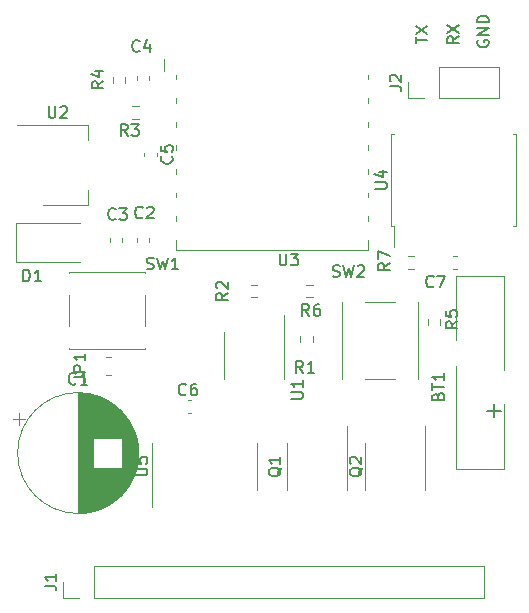
<source format=gbr>
%TF.GenerationSoftware,KiCad,Pcbnew,(5.1.10)-1*%
%TF.CreationDate,2021-07-07T23:24:12+02:00*%
%TF.ProjectId,Wortuhr_SK6812,576f7274-7568-4725-9f53-4b363831322e,rev?*%
%TF.SameCoordinates,Original*%
%TF.FileFunction,Legend,Top*%
%TF.FilePolarity,Positive*%
%FSLAX46Y46*%
G04 Gerber Fmt 4.6, Leading zero omitted, Abs format (unit mm)*
G04 Created by KiCad (PCBNEW (5.1.10)-1) date 2021-07-07 23:24:12*
%MOMM*%
%LPD*%
G01*
G04 APERTURE LIST*
%ADD10C,0.150000*%
%ADD11C,0.120000*%
G04 APERTURE END LIST*
D10*
X150947380Y-106973666D02*
X150471190Y-107307000D01*
X150947380Y-107545095D02*
X149947380Y-107545095D01*
X149947380Y-107164142D01*
X149995000Y-107068904D01*
X150042619Y-107021285D01*
X150137857Y-106973666D01*
X150280714Y-106973666D01*
X150375952Y-107021285D01*
X150423571Y-107068904D01*
X150471190Y-107164142D01*
X150471190Y-107545095D01*
X149947380Y-106640333D02*
X150947380Y-105973666D01*
X149947380Y-105973666D02*
X150947380Y-106640333D01*
X147280380Y-107568904D02*
X147280380Y-106997476D01*
X148280380Y-107283190D02*
X147280380Y-107283190D01*
X147280380Y-106759380D02*
X148280380Y-106092714D01*
X147280380Y-106092714D02*
X148280380Y-106759380D01*
X152535000Y-107314904D02*
X152487380Y-107410142D01*
X152487380Y-107553000D01*
X152535000Y-107695857D01*
X152630238Y-107791095D01*
X152725476Y-107838714D01*
X152915952Y-107886333D01*
X153058809Y-107886333D01*
X153249285Y-107838714D01*
X153344523Y-107791095D01*
X153439761Y-107695857D01*
X153487380Y-107553000D01*
X153487380Y-107457761D01*
X153439761Y-107314904D01*
X153392142Y-107267285D01*
X153058809Y-107267285D01*
X153058809Y-107457761D01*
X153487380Y-106838714D02*
X152487380Y-106838714D01*
X153487380Y-106267285D01*
X152487380Y-106267285D01*
X153487380Y-105791095D02*
X152487380Y-105791095D01*
X152487380Y-105553000D01*
X152535000Y-105410142D01*
X152630238Y-105314904D01*
X152725476Y-105267285D01*
X152915952Y-105219666D01*
X153058809Y-105219666D01*
X153249285Y-105267285D01*
X153344523Y-105314904D01*
X153439761Y-105410142D01*
X153487380Y-105553000D01*
X153487380Y-105791095D01*
D11*
%TO.C,U3*%
X143248000Y-110600000D02*
X143248000Y-110200000D01*
X127008000Y-110600000D02*
X127008000Y-110200000D01*
X143248000Y-112600000D02*
X143248000Y-112200000D01*
X127008000Y-112600000D02*
X127008000Y-112200000D01*
X143248000Y-114600000D02*
X143248000Y-114200000D01*
X127008000Y-114600000D02*
X127008000Y-114200000D01*
X143248000Y-116600000D02*
X143248000Y-116200000D01*
X127008000Y-116600000D02*
X127008000Y-116200000D01*
X143248000Y-118600000D02*
X143248000Y-118200000D01*
X127008000Y-118600000D02*
X127008000Y-118200000D01*
X143248000Y-120600000D02*
X143248000Y-120200000D01*
X127008000Y-120600000D02*
X127008000Y-120200000D01*
X143248000Y-122600000D02*
X143248000Y-122200000D01*
X127008000Y-122600000D02*
X127008000Y-122200000D01*
X125978000Y-108900000D02*
X125978000Y-109900000D01*
X127008000Y-125020000D02*
X127008000Y-124200000D01*
X143248000Y-125020000D02*
X127008000Y-125020000D01*
X143248000Y-124200000D02*
X143248000Y-125020000D01*
%TO.C,J2*%
X146625000Y-112201000D02*
X146625000Y-110871000D01*
X147955000Y-112201000D02*
X146625000Y-112201000D01*
X149225000Y-112201000D02*
X149225000Y-109541000D01*
X149225000Y-109541000D02*
X154365000Y-109541000D01*
X149225000Y-112201000D02*
X154365000Y-112201000D01*
X154365000Y-112201000D02*
X154365000Y-109541000D01*
%TO.C,BT1*%
X150699000Y-132712000D02*
X150699000Y-127242000D01*
X150699000Y-143562000D02*
X150699000Y-134842000D01*
X154769000Y-143562000D02*
X150699000Y-143562000D01*
X154769000Y-127242000D02*
X150699000Y-127242000D01*
X154769000Y-135212000D02*
X154769000Y-127242000D01*
X154769000Y-143562000D02*
X154769000Y-138082000D01*
%TO.C,U5*%
X124978000Y-143383000D02*
X124978000Y-146833000D01*
X124978000Y-143383000D02*
X124978000Y-141433000D01*
X133848000Y-143383000D02*
X133848000Y-145333000D01*
X133848000Y-143383000D02*
X133848000Y-141433000D01*
%TO.C,U4*%
X155755000Y-119126000D02*
X155755000Y-115266000D01*
X155755000Y-115266000D02*
X155500000Y-115266000D01*
X155755000Y-119126000D02*
X155755000Y-122986000D01*
X155755000Y-122986000D02*
X155500000Y-122986000D01*
X145235000Y-119126000D02*
X145235000Y-115266000D01*
X145235000Y-115266000D02*
X145490000Y-115266000D01*
X145235000Y-119126000D02*
X145235000Y-122986000D01*
X145235000Y-122986000D02*
X145490000Y-122986000D01*
X145490000Y-122986000D02*
X145490000Y-124801000D01*
%TO.C,R7*%
X147170224Y-126633500D02*
X146660776Y-126633500D01*
X147170224Y-125588500D02*
X146660776Y-125588500D01*
%TO.C,JP1*%
X121057936Y-135609000D02*
X121512064Y-135609000D01*
X121057936Y-134139000D02*
X121512064Y-134139000D01*
%TO.C,J1*%
X117415000Y-154492000D02*
X117415000Y-153162000D01*
X118745000Y-154492000D02*
X117415000Y-154492000D01*
X120015000Y-154492000D02*
X120015000Y-151832000D01*
X120015000Y-151832000D02*
X153095000Y-151832000D01*
X120015000Y-154492000D02*
X153095000Y-154492000D01*
X153095000Y-154492000D02*
X153095000Y-151832000D01*
%TO.C,C7*%
X150481420Y-126621000D02*
X150762580Y-126621000D01*
X150481420Y-125601000D02*
X150762580Y-125601000D01*
%TO.C,SW1*%
X124388000Y-126945000D02*
X117928000Y-126945000D01*
X124388000Y-131475000D02*
X124388000Y-128875000D01*
X124388000Y-133405000D02*
X117928000Y-133405000D01*
X117928000Y-131475000D02*
X117928000Y-128875000D01*
X124388000Y-133375000D02*
X124388000Y-133405000D01*
X124388000Y-126945000D02*
X124388000Y-126975000D01*
X117928000Y-126945000D02*
X117928000Y-126975000D01*
X117928000Y-133405000D02*
X117928000Y-133375000D01*
%TO.C,C6*%
X128283580Y-137793000D02*
X128002420Y-137793000D01*
X128283580Y-138813000D02*
X128002420Y-138813000D01*
%TO.C,C5*%
X124331000Y-116813420D02*
X124331000Y-117094580D01*
X125351000Y-116813420D02*
X125351000Y-117094580D01*
%TO.C,C4*%
X123696000Y-110362420D02*
X123696000Y-110643580D01*
X124716000Y-110362420D02*
X124716000Y-110643580D01*
%TO.C,U2*%
X113502000Y-114446000D02*
X119512000Y-114446000D01*
X115752000Y-121266000D02*
X119512000Y-121266000D01*
X119512000Y-114446000D02*
X119512000Y-115706000D01*
X119512000Y-121266000D02*
X119512000Y-120006000D01*
%TO.C,U1*%
X136164000Y-133985000D02*
X136164000Y-130535000D01*
X136164000Y-133985000D02*
X136164000Y-135935000D01*
X131044000Y-133985000D02*
X131044000Y-132035000D01*
X131044000Y-133985000D02*
X131044000Y-135935000D01*
%TO.C,SW2*%
X141042000Y-129485000D02*
X141042000Y-135945000D01*
X145572000Y-129485000D02*
X142972000Y-129485000D01*
X147502000Y-129485000D02*
X147502000Y-135945000D01*
X145572000Y-135945000D02*
X142972000Y-135945000D01*
X147472000Y-129485000D02*
X147502000Y-129485000D01*
X141042000Y-129485000D02*
X141072000Y-129485000D01*
X141042000Y-135945000D02*
X141072000Y-135945000D01*
X147502000Y-135945000D02*
X147472000Y-135945000D01*
%TO.C,R6*%
X138557724Y-129046500D02*
X138048276Y-129046500D01*
X138557724Y-128001500D02*
X138048276Y-128001500D01*
%TO.C,R5*%
X148321500Y-130936276D02*
X148321500Y-131445724D01*
X149366500Y-130936276D02*
X149366500Y-131445724D01*
%TO.C,R4*%
X122696500Y-110895224D02*
X122696500Y-110385776D01*
X121651500Y-110895224D02*
X121651500Y-110385776D01*
%TO.C,R3*%
X123316276Y-113933500D02*
X123825724Y-113933500D01*
X123316276Y-112888500D02*
X123825724Y-112888500D01*
%TO.C,R2*%
X133349276Y-129046500D02*
X133858724Y-129046500D01*
X133349276Y-128001500D02*
X133858724Y-128001500D01*
%TO.C,R1*%
X138571500Y-132819224D02*
X138571500Y-132309776D01*
X137526500Y-132819224D02*
X137526500Y-132309776D01*
%TO.C,Q2*%
X148102000Y-143383000D02*
X148102000Y-139933000D01*
X148102000Y-143383000D02*
X148102000Y-145333000D01*
X142982000Y-143383000D02*
X142982000Y-141433000D01*
X142982000Y-143383000D02*
X142982000Y-145333000D01*
%TO.C,Q1*%
X141498000Y-143383000D02*
X141498000Y-139933000D01*
X141498000Y-143383000D02*
X141498000Y-145333000D01*
X136378000Y-143383000D02*
X136378000Y-141433000D01*
X136378000Y-143383000D02*
X136378000Y-145333000D01*
%TO.C,D1*%
X113440000Y-122810000D02*
X118840000Y-122810000D01*
X113440000Y-126110000D02*
X118840000Y-126110000D01*
X113440000Y-122810000D02*
X113440000Y-126110000D01*
%TO.C,C3*%
X121410000Y-124065420D02*
X121410000Y-124346580D01*
X122430000Y-124065420D02*
X122430000Y-124346580D01*
%TO.C,C2*%
X123696000Y-124065420D02*
X123696000Y-124346580D01*
X124716000Y-124065420D02*
X124716000Y-124346580D01*
%TO.C,C1*%
X113725354Y-138865000D02*
X113725354Y-139865000D01*
X113225354Y-139365000D02*
X114225354Y-139365000D01*
X123786000Y-141641000D02*
X123786000Y-142839000D01*
X123746000Y-141378000D02*
X123746000Y-143102000D01*
X123706000Y-141178000D02*
X123706000Y-143302000D01*
X123666000Y-141010000D02*
X123666000Y-143470000D01*
X123626000Y-140862000D02*
X123626000Y-143618000D01*
X123586000Y-140730000D02*
X123586000Y-143750000D01*
X123546000Y-140610000D02*
X123546000Y-143870000D01*
X123506000Y-140498000D02*
X123506000Y-143982000D01*
X123466000Y-140394000D02*
X123466000Y-144086000D01*
X123426000Y-140296000D02*
X123426000Y-144184000D01*
X123386000Y-140203000D02*
X123386000Y-144277000D01*
X123346000Y-140115000D02*
X123346000Y-144365000D01*
X123306000Y-140031000D02*
X123306000Y-144449000D01*
X123266000Y-139951000D02*
X123266000Y-144529000D01*
X123226000Y-139875000D02*
X123226000Y-144605000D01*
X123186000Y-139801000D02*
X123186000Y-144679000D01*
X123146000Y-139730000D02*
X123146000Y-144750000D01*
X123106000Y-139661000D02*
X123106000Y-144819000D01*
X123066000Y-139595000D02*
X123066000Y-144885000D01*
X123026000Y-139531000D02*
X123026000Y-144949000D01*
X122986000Y-139470000D02*
X122986000Y-145010000D01*
X122946000Y-139410000D02*
X122946000Y-145070000D01*
X122906000Y-139351000D02*
X122906000Y-145129000D01*
X122866000Y-139295000D02*
X122866000Y-145185000D01*
X122826000Y-139240000D02*
X122826000Y-145240000D01*
X122786000Y-139186000D02*
X122786000Y-145294000D01*
X122746000Y-139134000D02*
X122746000Y-145346000D01*
X122706000Y-139084000D02*
X122706000Y-145396000D01*
X122666000Y-139034000D02*
X122666000Y-145446000D01*
X122626000Y-138986000D02*
X122626000Y-145494000D01*
X122586000Y-138939000D02*
X122586000Y-145541000D01*
X122546000Y-138893000D02*
X122546000Y-145587000D01*
X122506000Y-138848000D02*
X122506000Y-145632000D01*
X122466000Y-138804000D02*
X122466000Y-145676000D01*
X122426000Y-143481000D02*
X122426000Y-145718000D01*
X122426000Y-138762000D02*
X122426000Y-140999000D01*
X122386000Y-143481000D02*
X122386000Y-145760000D01*
X122386000Y-138720000D02*
X122386000Y-140999000D01*
X122346000Y-143481000D02*
X122346000Y-145801000D01*
X122346000Y-138679000D02*
X122346000Y-140999000D01*
X122306000Y-143481000D02*
X122306000Y-145841000D01*
X122306000Y-138639000D02*
X122306000Y-140999000D01*
X122266000Y-143481000D02*
X122266000Y-145880000D01*
X122266000Y-138600000D02*
X122266000Y-140999000D01*
X122226000Y-143481000D02*
X122226000Y-145919000D01*
X122226000Y-138561000D02*
X122226000Y-140999000D01*
X122186000Y-143481000D02*
X122186000Y-145956000D01*
X122186000Y-138524000D02*
X122186000Y-140999000D01*
X122146000Y-143481000D02*
X122146000Y-145993000D01*
X122146000Y-138487000D02*
X122146000Y-140999000D01*
X122106000Y-143481000D02*
X122106000Y-146029000D01*
X122106000Y-138451000D02*
X122106000Y-140999000D01*
X122066000Y-143481000D02*
X122066000Y-146064000D01*
X122066000Y-138416000D02*
X122066000Y-140999000D01*
X122026000Y-143481000D02*
X122026000Y-146098000D01*
X122026000Y-138382000D02*
X122026000Y-140999000D01*
X121986000Y-143481000D02*
X121986000Y-146132000D01*
X121986000Y-138348000D02*
X121986000Y-140999000D01*
X121946000Y-143481000D02*
X121946000Y-146165000D01*
X121946000Y-138315000D02*
X121946000Y-140999000D01*
X121906000Y-143481000D02*
X121906000Y-146197000D01*
X121906000Y-138283000D02*
X121906000Y-140999000D01*
X121866000Y-143481000D02*
X121866000Y-146229000D01*
X121866000Y-138251000D02*
X121866000Y-140999000D01*
X121826000Y-143481000D02*
X121826000Y-146260000D01*
X121826000Y-138220000D02*
X121826000Y-140999000D01*
X121786000Y-143481000D02*
X121786000Y-146290000D01*
X121786000Y-138190000D02*
X121786000Y-140999000D01*
X121746000Y-143481000D02*
X121746000Y-146320000D01*
X121746000Y-138160000D02*
X121746000Y-140999000D01*
X121706000Y-143481000D02*
X121706000Y-146350000D01*
X121706000Y-138130000D02*
X121706000Y-140999000D01*
X121666000Y-143481000D02*
X121666000Y-146378000D01*
X121666000Y-138102000D02*
X121666000Y-140999000D01*
X121626000Y-143481000D02*
X121626000Y-146406000D01*
X121626000Y-138074000D02*
X121626000Y-140999000D01*
X121586000Y-143481000D02*
X121586000Y-146434000D01*
X121586000Y-138046000D02*
X121586000Y-140999000D01*
X121546000Y-143481000D02*
X121546000Y-146461000D01*
X121546000Y-138019000D02*
X121546000Y-140999000D01*
X121506000Y-143481000D02*
X121506000Y-146487000D01*
X121506000Y-137993000D02*
X121506000Y-140999000D01*
X121466000Y-143481000D02*
X121466000Y-146513000D01*
X121466000Y-137967000D02*
X121466000Y-140999000D01*
X121426000Y-143481000D02*
X121426000Y-146538000D01*
X121426000Y-137942000D02*
X121426000Y-140999000D01*
X121386000Y-143481000D02*
X121386000Y-146563000D01*
X121386000Y-137917000D02*
X121386000Y-140999000D01*
X121346000Y-143481000D02*
X121346000Y-146587000D01*
X121346000Y-137893000D02*
X121346000Y-140999000D01*
X121306000Y-143481000D02*
X121306000Y-146611000D01*
X121306000Y-137869000D02*
X121306000Y-140999000D01*
X121266000Y-143481000D02*
X121266000Y-146635000D01*
X121266000Y-137845000D02*
X121266000Y-140999000D01*
X121226000Y-143481000D02*
X121226000Y-146657000D01*
X121226000Y-137823000D02*
X121226000Y-140999000D01*
X121186000Y-143481000D02*
X121186000Y-146680000D01*
X121186000Y-137800000D02*
X121186000Y-140999000D01*
X121146000Y-143481000D02*
X121146000Y-146702000D01*
X121146000Y-137778000D02*
X121146000Y-140999000D01*
X121106000Y-143481000D02*
X121106000Y-146723000D01*
X121106000Y-137757000D02*
X121106000Y-140999000D01*
X121066000Y-143481000D02*
X121066000Y-146744000D01*
X121066000Y-137736000D02*
X121066000Y-140999000D01*
X121026000Y-143481000D02*
X121026000Y-146765000D01*
X121026000Y-137715000D02*
X121026000Y-140999000D01*
X120986000Y-143481000D02*
X120986000Y-146785000D01*
X120986000Y-137695000D02*
X120986000Y-140999000D01*
X120946000Y-143481000D02*
X120946000Y-146804000D01*
X120946000Y-137676000D02*
X120946000Y-140999000D01*
X120906000Y-143481000D02*
X120906000Y-146824000D01*
X120906000Y-137656000D02*
X120906000Y-140999000D01*
X120866000Y-143481000D02*
X120866000Y-146843000D01*
X120866000Y-137637000D02*
X120866000Y-140999000D01*
X120826000Y-143481000D02*
X120826000Y-146861000D01*
X120826000Y-137619000D02*
X120826000Y-140999000D01*
X120786000Y-143481000D02*
X120786000Y-146879000D01*
X120786000Y-137601000D02*
X120786000Y-140999000D01*
X120746000Y-143481000D02*
X120746000Y-146897000D01*
X120746000Y-137583000D02*
X120746000Y-140999000D01*
X120706000Y-143481000D02*
X120706000Y-146914000D01*
X120706000Y-137566000D02*
X120706000Y-140999000D01*
X120666000Y-143481000D02*
X120666000Y-146930000D01*
X120666000Y-137550000D02*
X120666000Y-140999000D01*
X120626000Y-143481000D02*
X120626000Y-146947000D01*
X120626000Y-137533000D02*
X120626000Y-140999000D01*
X120586000Y-143481000D02*
X120586000Y-146963000D01*
X120586000Y-137517000D02*
X120586000Y-140999000D01*
X120546000Y-143481000D02*
X120546000Y-146978000D01*
X120546000Y-137502000D02*
X120546000Y-140999000D01*
X120506000Y-143481000D02*
X120506000Y-146994000D01*
X120506000Y-137486000D02*
X120506000Y-140999000D01*
X120466000Y-143481000D02*
X120466000Y-147008000D01*
X120466000Y-137472000D02*
X120466000Y-140999000D01*
X120426000Y-143481000D02*
X120426000Y-147023000D01*
X120426000Y-137457000D02*
X120426000Y-140999000D01*
X120386000Y-143481000D02*
X120386000Y-147037000D01*
X120386000Y-137443000D02*
X120386000Y-140999000D01*
X120346000Y-143481000D02*
X120346000Y-147051000D01*
X120346000Y-137429000D02*
X120346000Y-140999000D01*
X120306000Y-143481000D02*
X120306000Y-147064000D01*
X120306000Y-137416000D02*
X120306000Y-140999000D01*
X120266000Y-143481000D02*
X120266000Y-147077000D01*
X120266000Y-137403000D02*
X120266000Y-140999000D01*
X120226000Y-143481000D02*
X120226000Y-147090000D01*
X120226000Y-137390000D02*
X120226000Y-140999000D01*
X120186000Y-143481000D02*
X120186000Y-147102000D01*
X120186000Y-137378000D02*
X120186000Y-140999000D01*
X120146000Y-143481000D02*
X120146000Y-147114000D01*
X120146000Y-137366000D02*
X120146000Y-140999000D01*
X120106000Y-143481000D02*
X120106000Y-147125000D01*
X120106000Y-137355000D02*
X120106000Y-140999000D01*
X120066000Y-143481000D02*
X120066000Y-147137000D01*
X120066000Y-137343000D02*
X120066000Y-140999000D01*
X120026000Y-143481000D02*
X120026000Y-147147000D01*
X120026000Y-137333000D02*
X120026000Y-140999000D01*
X119986000Y-143481000D02*
X119986000Y-147158000D01*
X119986000Y-137322000D02*
X119986000Y-140999000D01*
X119946000Y-137312000D02*
X119946000Y-147168000D01*
X119906000Y-137302000D02*
X119906000Y-147178000D01*
X119866000Y-137293000D02*
X119866000Y-147187000D01*
X119826000Y-137284000D02*
X119826000Y-147196000D01*
X119786000Y-137275000D02*
X119786000Y-147205000D01*
X119746000Y-137266000D02*
X119746000Y-147214000D01*
X119706000Y-137258000D02*
X119706000Y-147222000D01*
X119666000Y-137250000D02*
X119666000Y-147230000D01*
X119626000Y-137243000D02*
X119626000Y-147237000D01*
X119586000Y-137236000D02*
X119586000Y-147244000D01*
X119546000Y-137229000D02*
X119546000Y-147251000D01*
X119506000Y-137222000D02*
X119506000Y-147258000D01*
X119466000Y-137216000D02*
X119466000Y-147264000D01*
X119426000Y-137210000D02*
X119426000Y-147270000D01*
X119385000Y-137205000D02*
X119385000Y-147275000D01*
X119345000Y-137200000D02*
X119345000Y-147280000D01*
X119305000Y-137195000D02*
X119305000Y-147285000D01*
X119265000Y-137190000D02*
X119265000Y-147290000D01*
X119225000Y-137186000D02*
X119225000Y-147294000D01*
X119185000Y-137182000D02*
X119185000Y-147298000D01*
X119145000Y-137178000D02*
X119145000Y-147302000D01*
X119105000Y-137175000D02*
X119105000Y-147305000D01*
X119065000Y-137172000D02*
X119065000Y-147308000D01*
X119025000Y-137170000D02*
X119025000Y-147310000D01*
X118985000Y-137167000D02*
X118985000Y-147313000D01*
X118945000Y-137165000D02*
X118945000Y-147315000D01*
X118905000Y-137163000D02*
X118905000Y-147317000D01*
X118865000Y-137162000D02*
X118865000Y-147318000D01*
X118825000Y-137161000D02*
X118825000Y-147319000D01*
X118785000Y-137160000D02*
X118785000Y-147320000D01*
X118745000Y-137160000D02*
X118745000Y-147320000D01*
X118705000Y-137160000D02*
X118705000Y-147320000D01*
X123825000Y-142240000D02*
G75*
G03*
X123825000Y-142240000I-5120000J0D01*
G01*
%TO.C,U3*%
D10*
X135763095Y-125352380D02*
X135763095Y-126161904D01*
X135810714Y-126257142D01*
X135858333Y-126304761D01*
X135953571Y-126352380D01*
X136144047Y-126352380D01*
X136239285Y-126304761D01*
X136286904Y-126257142D01*
X136334523Y-126161904D01*
X136334523Y-125352380D01*
X136715476Y-125352380D02*
X137334523Y-125352380D01*
X137001190Y-125733333D01*
X137144047Y-125733333D01*
X137239285Y-125780952D01*
X137286904Y-125828571D01*
X137334523Y-125923809D01*
X137334523Y-126161904D01*
X137286904Y-126257142D01*
X137239285Y-126304761D01*
X137144047Y-126352380D01*
X136858333Y-126352380D01*
X136763095Y-126304761D01*
X136715476Y-126257142D01*
%TO.C,J2*%
X145077380Y-111204333D02*
X145791666Y-111204333D01*
X145934523Y-111251952D01*
X146029761Y-111347190D01*
X146077380Y-111490047D01*
X146077380Y-111585285D01*
X145172619Y-110775761D02*
X145125000Y-110728142D01*
X145077380Y-110632904D01*
X145077380Y-110394809D01*
X145125000Y-110299571D01*
X145172619Y-110251952D01*
X145267857Y-110204333D01*
X145363095Y-110204333D01*
X145505952Y-110251952D01*
X146077380Y-110823380D01*
X146077380Y-110204333D01*
%TO.C,BT1*%
X149187571Y-137437714D02*
X149235190Y-137294857D01*
X149282809Y-137247238D01*
X149378047Y-137199619D01*
X149520904Y-137199619D01*
X149616142Y-137247238D01*
X149663761Y-137294857D01*
X149711380Y-137390095D01*
X149711380Y-137771047D01*
X148711380Y-137771047D01*
X148711380Y-137437714D01*
X148759000Y-137342476D01*
X148806619Y-137294857D01*
X148901857Y-137247238D01*
X148997095Y-137247238D01*
X149092333Y-137294857D01*
X149139952Y-137342476D01*
X149187571Y-137437714D01*
X149187571Y-137771047D01*
X148711380Y-136913904D02*
X148711380Y-136342476D01*
X149711380Y-136628190D02*
X148711380Y-136628190D01*
X149711380Y-135485333D02*
X149711380Y-136056761D01*
X149711380Y-135771047D02*
X148711380Y-135771047D01*
X148854238Y-135866285D01*
X148949476Y-135961523D01*
X148997095Y-136056761D01*
X153916142Y-139233428D02*
X153916142Y-138090571D01*
X154487571Y-138662000D02*
X153344714Y-138662000D01*
%TO.C,U5*%
X123585380Y-144144904D02*
X124394904Y-144144904D01*
X124490142Y-144097285D01*
X124537761Y-144049666D01*
X124585380Y-143954428D01*
X124585380Y-143763952D01*
X124537761Y-143668714D01*
X124490142Y-143621095D01*
X124394904Y-143573476D01*
X123585380Y-143573476D01*
X123585380Y-142621095D02*
X123585380Y-143097285D01*
X124061571Y-143144904D01*
X124013952Y-143097285D01*
X123966333Y-143002047D01*
X123966333Y-142763952D01*
X124013952Y-142668714D01*
X124061571Y-142621095D01*
X124156809Y-142573476D01*
X124394904Y-142573476D01*
X124490142Y-142621095D01*
X124537761Y-142668714D01*
X124585380Y-142763952D01*
X124585380Y-143002047D01*
X124537761Y-143097285D01*
X124490142Y-143144904D01*
%TO.C,U4*%
X143847380Y-119887904D02*
X144656904Y-119887904D01*
X144752142Y-119840285D01*
X144799761Y-119792666D01*
X144847380Y-119697428D01*
X144847380Y-119506952D01*
X144799761Y-119411714D01*
X144752142Y-119364095D01*
X144656904Y-119316476D01*
X143847380Y-119316476D01*
X144180714Y-118411714D02*
X144847380Y-118411714D01*
X143799761Y-118649809D02*
X144514047Y-118887904D01*
X144514047Y-118268857D01*
%TO.C,R7*%
X145105380Y-126150666D02*
X144629190Y-126484000D01*
X145105380Y-126722095D02*
X144105380Y-126722095D01*
X144105380Y-126341142D01*
X144153000Y-126245904D01*
X144200619Y-126198285D01*
X144295857Y-126150666D01*
X144438714Y-126150666D01*
X144533952Y-126198285D01*
X144581571Y-126245904D01*
X144629190Y-126341142D01*
X144629190Y-126722095D01*
X144105380Y-125817333D02*
X144105380Y-125150666D01*
X145105380Y-125579238D01*
%TO.C,JP1*%
X118324380Y-135834333D02*
X119038666Y-135834333D01*
X119181523Y-135881952D01*
X119276761Y-135977190D01*
X119324380Y-136120047D01*
X119324380Y-136215285D01*
X119324380Y-135358142D02*
X118324380Y-135358142D01*
X118324380Y-134977190D01*
X118372000Y-134881952D01*
X118419619Y-134834333D01*
X118514857Y-134786714D01*
X118657714Y-134786714D01*
X118752952Y-134834333D01*
X118800571Y-134881952D01*
X118848190Y-134977190D01*
X118848190Y-135358142D01*
X119324380Y-133834333D02*
X119324380Y-134405761D01*
X119324380Y-134120047D02*
X118324380Y-134120047D01*
X118467238Y-134215285D01*
X118562476Y-134310523D01*
X118610095Y-134405761D01*
%TO.C,J1*%
X115867380Y-153495333D02*
X116581666Y-153495333D01*
X116724523Y-153542952D01*
X116819761Y-153638190D01*
X116867380Y-153781047D01*
X116867380Y-153876285D01*
X116867380Y-152495333D02*
X116867380Y-153066761D01*
X116867380Y-152781047D02*
X115867380Y-152781047D01*
X116010238Y-152876285D01*
X116105476Y-152971523D01*
X116153095Y-153066761D01*
%TO.C,C7*%
X148804333Y-128119142D02*
X148756714Y-128166761D01*
X148613857Y-128214380D01*
X148518619Y-128214380D01*
X148375761Y-128166761D01*
X148280523Y-128071523D01*
X148232904Y-127976285D01*
X148185285Y-127785809D01*
X148185285Y-127642952D01*
X148232904Y-127452476D01*
X148280523Y-127357238D01*
X148375761Y-127262000D01*
X148518619Y-127214380D01*
X148613857Y-127214380D01*
X148756714Y-127262000D01*
X148804333Y-127309619D01*
X149137666Y-127214380D02*
X149804333Y-127214380D01*
X149375761Y-128214380D01*
%TO.C,SW1*%
X124523666Y-126642761D02*
X124666523Y-126690380D01*
X124904619Y-126690380D01*
X124999857Y-126642761D01*
X125047476Y-126595142D01*
X125095095Y-126499904D01*
X125095095Y-126404666D01*
X125047476Y-126309428D01*
X124999857Y-126261809D01*
X124904619Y-126214190D01*
X124714142Y-126166571D01*
X124618904Y-126118952D01*
X124571285Y-126071333D01*
X124523666Y-125976095D01*
X124523666Y-125880857D01*
X124571285Y-125785619D01*
X124618904Y-125738000D01*
X124714142Y-125690380D01*
X124952238Y-125690380D01*
X125095095Y-125738000D01*
X125428428Y-125690380D02*
X125666523Y-126690380D01*
X125857000Y-125976095D01*
X126047476Y-126690380D01*
X126285571Y-125690380D01*
X127190333Y-126690380D02*
X126618904Y-126690380D01*
X126904619Y-126690380D02*
X126904619Y-125690380D01*
X126809380Y-125833238D01*
X126714142Y-125928476D01*
X126618904Y-125976095D01*
%TO.C,C6*%
X127849333Y-137263142D02*
X127801714Y-137310761D01*
X127658857Y-137358380D01*
X127563619Y-137358380D01*
X127420761Y-137310761D01*
X127325523Y-137215523D01*
X127277904Y-137120285D01*
X127230285Y-136929809D01*
X127230285Y-136786952D01*
X127277904Y-136596476D01*
X127325523Y-136501238D01*
X127420761Y-136406000D01*
X127563619Y-136358380D01*
X127658857Y-136358380D01*
X127801714Y-136406000D01*
X127849333Y-136453619D01*
X128706476Y-136358380D02*
X128516000Y-136358380D01*
X128420761Y-136406000D01*
X128373142Y-136453619D01*
X128277904Y-136596476D01*
X128230285Y-136786952D01*
X128230285Y-137167904D01*
X128277904Y-137263142D01*
X128325523Y-137310761D01*
X128420761Y-137358380D01*
X128611238Y-137358380D01*
X128706476Y-137310761D01*
X128754095Y-137263142D01*
X128801714Y-137167904D01*
X128801714Y-136929809D01*
X128754095Y-136834571D01*
X128706476Y-136786952D01*
X128611238Y-136739333D01*
X128420761Y-136739333D01*
X128325523Y-136786952D01*
X128277904Y-136834571D01*
X128230285Y-136929809D01*
%TO.C,C5*%
X126628142Y-117120666D02*
X126675761Y-117168285D01*
X126723380Y-117311142D01*
X126723380Y-117406380D01*
X126675761Y-117549238D01*
X126580523Y-117644476D01*
X126485285Y-117692095D01*
X126294809Y-117739714D01*
X126151952Y-117739714D01*
X125961476Y-117692095D01*
X125866238Y-117644476D01*
X125771000Y-117549238D01*
X125723380Y-117406380D01*
X125723380Y-117311142D01*
X125771000Y-117168285D01*
X125818619Y-117120666D01*
X125723380Y-116215904D02*
X125723380Y-116692095D01*
X126199571Y-116739714D01*
X126151952Y-116692095D01*
X126104333Y-116596857D01*
X126104333Y-116358761D01*
X126151952Y-116263523D01*
X126199571Y-116215904D01*
X126294809Y-116168285D01*
X126532904Y-116168285D01*
X126628142Y-116215904D01*
X126675761Y-116263523D01*
X126723380Y-116358761D01*
X126723380Y-116596857D01*
X126675761Y-116692095D01*
X126628142Y-116739714D01*
%TO.C,C4*%
X123912333Y-108180142D02*
X123864714Y-108227761D01*
X123721857Y-108275380D01*
X123626619Y-108275380D01*
X123483761Y-108227761D01*
X123388523Y-108132523D01*
X123340904Y-108037285D01*
X123293285Y-107846809D01*
X123293285Y-107703952D01*
X123340904Y-107513476D01*
X123388523Y-107418238D01*
X123483761Y-107323000D01*
X123626619Y-107275380D01*
X123721857Y-107275380D01*
X123864714Y-107323000D01*
X123912333Y-107370619D01*
X124769476Y-107608714D02*
X124769476Y-108275380D01*
X124531380Y-107227761D02*
X124293285Y-107942047D01*
X124912333Y-107942047D01*
%TO.C,U2*%
X116205095Y-112863380D02*
X116205095Y-113672904D01*
X116252714Y-113768142D01*
X116300333Y-113815761D01*
X116395571Y-113863380D01*
X116586047Y-113863380D01*
X116681285Y-113815761D01*
X116728904Y-113768142D01*
X116776523Y-113672904D01*
X116776523Y-112863380D01*
X117205095Y-112958619D02*
X117252714Y-112911000D01*
X117347952Y-112863380D01*
X117586047Y-112863380D01*
X117681285Y-112911000D01*
X117728904Y-112958619D01*
X117776523Y-113053857D01*
X117776523Y-113149095D01*
X117728904Y-113291952D01*
X117157476Y-113863380D01*
X117776523Y-113863380D01*
%TO.C,U1*%
X136739380Y-137667904D02*
X137548904Y-137667904D01*
X137644142Y-137620285D01*
X137691761Y-137572666D01*
X137739380Y-137477428D01*
X137739380Y-137286952D01*
X137691761Y-137191714D01*
X137644142Y-137144095D01*
X137548904Y-137096476D01*
X136739380Y-137096476D01*
X137739380Y-136096476D02*
X137739380Y-136667904D01*
X137739380Y-136382190D02*
X136739380Y-136382190D01*
X136882238Y-136477428D01*
X136977476Y-136572666D01*
X137025095Y-136667904D01*
%TO.C,SW2*%
X140271666Y-127277761D02*
X140414523Y-127325380D01*
X140652619Y-127325380D01*
X140747857Y-127277761D01*
X140795476Y-127230142D01*
X140843095Y-127134904D01*
X140843095Y-127039666D01*
X140795476Y-126944428D01*
X140747857Y-126896809D01*
X140652619Y-126849190D01*
X140462142Y-126801571D01*
X140366904Y-126753952D01*
X140319285Y-126706333D01*
X140271666Y-126611095D01*
X140271666Y-126515857D01*
X140319285Y-126420619D01*
X140366904Y-126373000D01*
X140462142Y-126325380D01*
X140700238Y-126325380D01*
X140843095Y-126373000D01*
X141176428Y-126325380D02*
X141414523Y-127325380D01*
X141605000Y-126611095D01*
X141795476Y-127325380D01*
X142033571Y-126325380D01*
X142366904Y-126420619D02*
X142414523Y-126373000D01*
X142509761Y-126325380D01*
X142747857Y-126325380D01*
X142843095Y-126373000D01*
X142890714Y-126420619D01*
X142938333Y-126515857D01*
X142938333Y-126611095D01*
X142890714Y-126753952D01*
X142319285Y-127325380D01*
X142938333Y-127325380D01*
%TO.C,R6*%
X138263333Y-130627380D02*
X137930000Y-130151190D01*
X137691904Y-130627380D02*
X137691904Y-129627380D01*
X138072857Y-129627380D01*
X138168095Y-129675000D01*
X138215714Y-129722619D01*
X138263333Y-129817857D01*
X138263333Y-129960714D01*
X138215714Y-130055952D01*
X138168095Y-130103571D01*
X138072857Y-130151190D01*
X137691904Y-130151190D01*
X139120476Y-129627380D02*
X138930000Y-129627380D01*
X138834761Y-129675000D01*
X138787142Y-129722619D01*
X138691904Y-129865476D01*
X138644285Y-130055952D01*
X138644285Y-130436904D01*
X138691904Y-130532142D01*
X138739523Y-130579761D01*
X138834761Y-130627380D01*
X139025238Y-130627380D01*
X139120476Y-130579761D01*
X139168095Y-130532142D01*
X139215714Y-130436904D01*
X139215714Y-130198809D01*
X139168095Y-130103571D01*
X139120476Y-130055952D01*
X139025238Y-130008333D01*
X138834761Y-130008333D01*
X138739523Y-130055952D01*
X138691904Y-130103571D01*
X138644285Y-130198809D01*
%TO.C,R5*%
X150820380Y-131103666D02*
X150344190Y-131437000D01*
X150820380Y-131675095D02*
X149820380Y-131675095D01*
X149820380Y-131294142D01*
X149868000Y-131198904D01*
X149915619Y-131151285D01*
X150010857Y-131103666D01*
X150153714Y-131103666D01*
X150248952Y-131151285D01*
X150296571Y-131198904D01*
X150344190Y-131294142D01*
X150344190Y-131675095D01*
X149820380Y-130198904D02*
X149820380Y-130675095D01*
X150296571Y-130722714D01*
X150248952Y-130675095D01*
X150201333Y-130579857D01*
X150201333Y-130341761D01*
X150248952Y-130246523D01*
X150296571Y-130198904D01*
X150391809Y-130151285D01*
X150629904Y-130151285D01*
X150725142Y-130198904D01*
X150772761Y-130246523D01*
X150820380Y-130341761D01*
X150820380Y-130579857D01*
X150772761Y-130675095D01*
X150725142Y-130722714D01*
%TO.C,R4*%
X120848380Y-110783666D02*
X120372190Y-111117000D01*
X120848380Y-111355095D02*
X119848380Y-111355095D01*
X119848380Y-110974142D01*
X119896000Y-110878904D01*
X119943619Y-110831285D01*
X120038857Y-110783666D01*
X120181714Y-110783666D01*
X120276952Y-110831285D01*
X120324571Y-110878904D01*
X120372190Y-110974142D01*
X120372190Y-111355095D01*
X120181714Y-109926523D02*
X120848380Y-109926523D01*
X119800761Y-110164619D02*
X120515047Y-110402714D01*
X120515047Y-109783666D01*
%TO.C,R3*%
X122896333Y-115387380D02*
X122563000Y-114911190D01*
X122324904Y-115387380D02*
X122324904Y-114387380D01*
X122705857Y-114387380D01*
X122801095Y-114435000D01*
X122848714Y-114482619D01*
X122896333Y-114577857D01*
X122896333Y-114720714D01*
X122848714Y-114815952D01*
X122801095Y-114863571D01*
X122705857Y-114911190D01*
X122324904Y-114911190D01*
X123229666Y-114387380D02*
X123848714Y-114387380D01*
X123515380Y-114768333D01*
X123658238Y-114768333D01*
X123753476Y-114815952D01*
X123801095Y-114863571D01*
X123848714Y-114958809D01*
X123848714Y-115196904D01*
X123801095Y-115292142D01*
X123753476Y-115339761D01*
X123658238Y-115387380D01*
X123372523Y-115387380D01*
X123277285Y-115339761D01*
X123229666Y-115292142D01*
%TO.C,R2*%
X131389380Y-128690666D02*
X130913190Y-129024000D01*
X131389380Y-129262095D02*
X130389380Y-129262095D01*
X130389380Y-128881142D01*
X130437000Y-128785904D01*
X130484619Y-128738285D01*
X130579857Y-128690666D01*
X130722714Y-128690666D01*
X130817952Y-128738285D01*
X130865571Y-128785904D01*
X130913190Y-128881142D01*
X130913190Y-129262095D01*
X130484619Y-128309714D02*
X130437000Y-128262095D01*
X130389380Y-128166857D01*
X130389380Y-127928761D01*
X130437000Y-127833523D01*
X130484619Y-127785904D01*
X130579857Y-127738285D01*
X130675095Y-127738285D01*
X130817952Y-127785904D01*
X131389380Y-128357333D01*
X131389380Y-127738285D01*
%TO.C,R1*%
X137755333Y-135453380D02*
X137422000Y-134977190D01*
X137183904Y-135453380D02*
X137183904Y-134453380D01*
X137564857Y-134453380D01*
X137660095Y-134501000D01*
X137707714Y-134548619D01*
X137755333Y-134643857D01*
X137755333Y-134786714D01*
X137707714Y-134881952D01*
X137660095Y-134929571D01*
X137564857Y-134977190D01*
X137183904Y-134977190D01*
X138707714Y-135453380D02*
X138136285Y-135453380D01*
X138422000Y-135453380D02*
X138422000Y-134453380D01*
X138326761Y-134596238D01*
X138231523Y-134691476D01*
X138136285Y-134739095D01*
%TO.C,Q2*%
X142787619Y-143478238D02*
X142740000Y-143573476D01*
X142644761Y-143668714D01*
X142501904Y-143811571D01*
X142454285Y-143906809D01*
X142454285Y-144002047D01*
X142692380Y-143954428D02*
X142644761Y-144049666D01*
X142549523Y-144144904D01*
X142359047Y-144192523D01*
X142025714Y-144192523D01*
X141835238Y-144144904D01*
X141740000Y-144049666D01*
X141692380Y-143954428D01*
X141692380Y-143763952D01*
X141740000Y-143668714D01*
X141835238Y-143573476D01*
X142025714Y-143525857D01*
X142359047Y-143525857D01*
X142549523Y-143573476D01*
X142644761Y-143668714D01*
X142692380Y-143763952D01*
X142692380Y-143954428D01*
X141787619Y-143144904D02*
X141740000Y-143097285D01*
X141692380Y-143002047D01*
X141692380Y-142763952D01*
X141740000Y-142668714D01*
X141787619Y-142621095D01*
X141882857Y-142573476D01*
X141978095Y-142573476D01*
X142120952Y-142621095D01*
X142692380Y-143192523D01*
X142692380Y-142573476D01*
%TO.C,Q1*%
X135929619Y-143478238D02*
X135882000Y-143573476D01*
X135786761Y-143668714D01*
X135643904Y-143811571D01*
X135596285Y-143906809D01*
X135596285Y-144002047D01*
X135834380Y-143954428D02*
X135786761Y-144049666D01*
X135691523Y-144144904D01*
X135501047Y-144192523D01*
X135167714Y-144192523D01*
X134977238Y-144144904D01*
X134882000Y-144049666D01*
X134834380Y-143954428D01*
X134834380Y-143763952D01*
X134882000Y-143668714D01*
X134977238Y-143573476D01*
X135167714Y-143525857D01*
X135501047Y-143525857D01*
X135691523Y-143573476D01*
X135786761Y-143668714D01*
X135834380Y-143763952D01*
X135834380Y-143954428D01*
X135834380Y-142573476D02*
X135834380Y-143144904D01*
X135834380Y-142859190D02*
X134834380Y-142859190D01*
X134977238Y-142954428D01*
X135072476Y-143049666D01*
X135120095Y-143144904D01*
%TO.C,D1*%
X114069904Y-127706380D02*
X114069904Y-126706380D01*
X114308000Y-126706380D01*
X114450857Y-126754000D01*
X114546095Y-126849238D01*
X114593714Y-126944476D01*
X114641333Y-127134952D01*
X114641333Y-127277809D01*
X114593714Y-127468285D01*
X114546095Y-127563523D01*
X114450857Y-127658761D01*
X114308000Y-127706380D01*
X114069904Y-127706380D01*
X115593714Y-127706380D02*
X115022285Y-127706380D01*
X115308000Y-127706380D02*
X115308000Y-126706380D01*
X115212761Y-126849238D01*
X115117523Y-126944476D01*
X115022285Y-126992095D01*
%TO.C,C3*%
X121880333Y-122404142D02*
X121832714Y-122451761D01*
X121689857Y-122499380D01*
X121594619Y-122499380D01*
X121451761Y-122451761D01*
X121356523Y-122356523D01*
X121308904Y-122261285D01*
X121261285Y-122070809D01*
X121261285Y-121927952D01*
X121308904Y-121737476D01*
X121356523Y-121642238D01*
X121451761Y-121547000D01*
X121594619Y-121499380D01*
X121689857Y-121499380D01*
X121832714Y-121547000D01*
X121880333Y-121594619D01*
X122213666Y-121499380D02*
X122832714Y-121499380D01*
X122499380Y-121880333D01*
X122642238Y-121880333D01*
X122737476Y-121927952D01*
X122785095Y-121975571D01*
X122832714Y-122070809D01*
X122832714Y-122308904D01*
X122785095Y-122404142D01*
X122737476Y-122451761D01*
X122642238Y-122499380D01*
X122356523Y-122499380D01*
X122261285Y-122451761D01*
X122213666Y-122404142D01*
%TO.C,C2*%
X124166333Y-122277142D02*
X124118714Y-122324761D01*
X123975857Y-122372380D01*
X123880619Y-122372380D01*
X123737761Y-122324761D01*
X123642523Y-122229523D01*
X123594904Y-122134285D01*
X123547285Y-121943809D01*
X123547285Y-121800952D01*
X123594904Y-121610476D01*
X123642523Y-121515238D01*
X123737761Y-121420000D01*
X123880619Y-121372380D01*
X123975857Y-121372380D01*
X124118714Y-121420000D01*
X124166333Y-121467619D01*
X124547285Y-121467619D02*
X124594904Y-121420000D01*
X124690142Y-121372380D01*
X124928238Y-121372380D01*
X125023476Y-121420000D01*
X125071095Y-121467619D01*
X125118714Y-121562857D01*
X125118714Y-121658095D01*
X125071095Y-121800952D01*
X124499666Y-122372380D01*
X125118714Y-122372380D01*
%TO.C,C1*%
X118538333Y-136347142D02*
X118490714Y-136394761D01*
X118347857Y-136442380D01*
X118252619Y-136442380D01*
X118109761Y-136394761D01*
X118014523Y-136299523D01*
X117966904Y-136204285D01*
X117919285Y-136013809D01*
X117919285Y-135870952D01*
X117966904Y-135680476D01*
X118014523Y-135585238D01*
X118109761Y-135490000D01*
X118252619Y-135442380D01*
X118347857Y-135442380D01*
X118490714Y-135490000D01*
X118538333Y-135537619D01*
X119490714Y-136442380D02*
X118919285Y-136442380D01*
X119205000Y-136442380D02*
X119205000Y-135442380D01*
X119109761Y-135585238D01*
X119014523Y-135680476D01*
X118919285Y-135728095D01*
%TD*%
M02*

</source>
